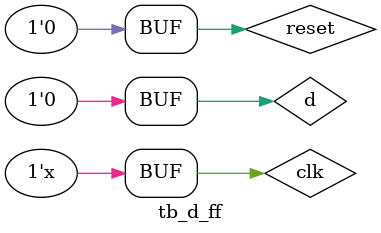
<source format=v>
`timescale 1ns / 1ps


////////////////////////////////////////////////////////////////////////////////
// Company: 
// Engineer:
//
// Create Date:   17:36:45 08/30/2016
// Design Name:   d_ff
// Module Name:   C:/Xilinx/d_flip_flop_test/tb_d_ff.v
// Project Name:  d_flip_flop_test
// Target Device:  
// Tool versions:  
// Description: 
//
// Verilog Test Fixture created by ISE for module: d_ff
//
// Dependencies:
// 
// Revision:
// Revision 0.01 - File Created
// Additional Comments:
// 
////////////////////////////////////////////////////////////////////////////////

module tb_d_ff;

	// Inputs
	reg d;
	reg clk;
	reg reset;

	// Outputs
	wire q;

	// Instantiate the Unit Under Test (UUT)
	d_ff uut (
		.d(d), 
		.clk(clk), 
		.reset(reset), 
		.q(q)
	);

	// generate a 100ns clock period outside initial block
	always #50 clk = ~clk;//alternates between 50ns down and 50 up.
	
	
	//assign values inside the inital block
	initial begin
		// Initialize Inputs
		{clk, reset, d} = 3'b000; //t = 0

		// Wait 100 ns for global reset to finish
		#100;
        
		// Add stimulus here

	end
      
endmodule


</source>
